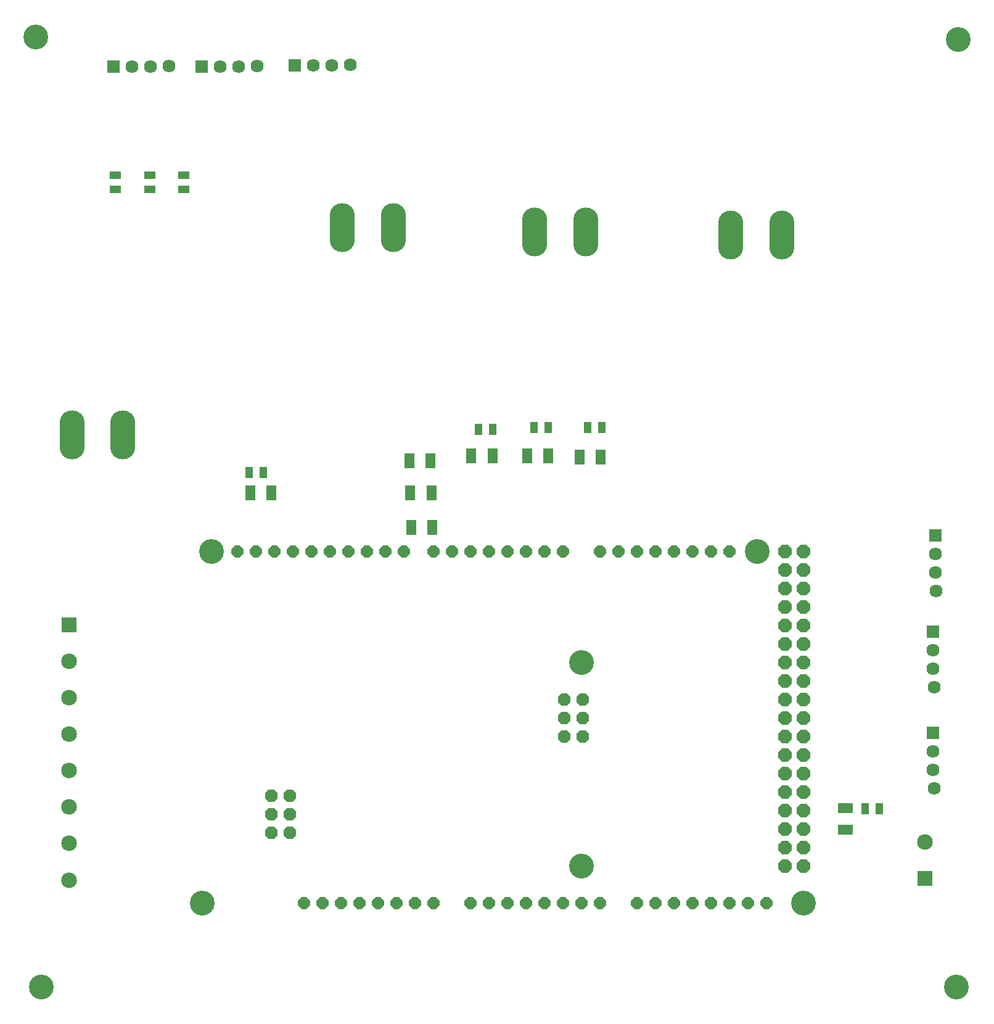
<source format=gts>
G04*
G04 #@! TF.GenerationSoftware,Altium Limited,Altium Designer,21.7.2 (23)*
G04*
G04 Layer_Color=8388736*
%FSLAX25Y25*%
%MOIN*%
G70*
G04*
G04 #@! TF.SameCoordinates,C79372BE-A85D-4624-A7F0-99D61F2BA69B*
G04*
G04*
G04 #@! TF.FilePolarity,Negative*
G04*
G01*
G75*
%ADD22R,0.04422X0.06233*%
%ADD23R,0.05367X0.07965*%
%ADD24R,0.07965X0.05367*%
%ADD25R,0.06233X0.04422*%
%ADD26C,0.13398*%
%ADD27C,0.08477*%
%ADD28R,0.08477X0.08477*%
%ADD29P,0.06927X8X112.5*%
%ADD30C,0.07060*%
%ADD31R,0.07060X0.07060*%
%ADD32O,0.13635X0.26469*%
%ADD33P,0.08010X8X292.5*%
%ADD34R,0.07060X0.07060*%
%ADD35C,0.13398*%
%ADD36P,0.07471X8X112.5*%
D22*
X193760Y296500D02*
D03*
X186240D02*
D03*
X526760Y115000D02*
D03*
X519240D02*
D03*
X369240Y321000D02*
D03*
X376760D02*
D03*
X340240D02*
D03*
X347760D02*
D03*
X310240Y320000D02*
D03*
X317760D02*
D03*
D23*
X186693Y285500D02*
D03*
X198307D02*
D03*
X364693Y305000D02*
D03*
X376307D02*
D03*
X336386Y305500D02*
D03*
X348000D02*
D03*
X306193D02*
D03*
X317807D02*
D03*
X272693Y303000D02*
D03*
X284307D02*
D03*
X273193Y285500D02*
D03*
X284807D02*
D03*
X273693Y267000D02*
D03*
X285307D02*
D03*
D24*
X508500Y115307D02*
D03*
Y103693D02*
D03*
D25*
X151000Y457260D02*
D03*
Y449740D02*
D03*
X132500Y457260D02*
D03*
Y449740D02*
D03*
X114000Y457260D02*
D03*
Y449740D02*
D03*
D26*
X74000Y18500D02*
D03*
X568500D02*
D03*
X569500Y530500D02*
D03*
X71000Y532000D02*
D03*
D27*
X89000Y76445D02*
D03*
Y96130D02*
D03*
Y115815D02*
D03*
Y135500D02*
D03*
Y155185D02*
D03*
Y174870D02*
D03*
Y194555D02*
D03*
X551500Y96842D02*
D03*
D28*
X89000Y214240D02*
D03*
X551500Y77157D02*
D03*
D29*
X266000Y64000D02*
D03*
X276000D02*
D03*
X256000D02*
D03*
X456000D02*
D03*
X466000D02*
D03*
X356000Y254000D02*
D03*
X386000D02*
D03*
X346000D02*
D03*
X376000D02*
D03*
X446000Y64000D02*
D03*
X436000D02*
D03*
X426000D02*
D03*
X416000D02*
D03*
X406000D02*
D03*
X396000D02*
D03*
X376000D02*
D03*
X366000D02*
D03*
X356000D02*
D03*
X346000D02*
D03*
X336000D02*
D03*
X326000D02*
D03*
X316000D02*
D03*
X306000D02*
D03*
X446000Y254000D02*
D03*
X436000D02*
D03*
X426000D02*
D03*
X416000D02*
D03*
X406000D02*
D03*
X396000D02*
D03*
X286000Y64000D02*
D03*
X246000D02*
D03*
X236000D02*
D03*
X226000D02*
D03*
X216000D02*
D03*
X286000Y254000D02*
D03*
X296000D02*
D03*
X306000D02*
D03*
X316000D02*
D03*
X326000D02*
D03*
X336000D02*
D03*
X180000D02*
D03*
X190000D02*
D03*
X200000D02*
D03*
X210000D02*
D03*
X220000D02*
D03*
X230000D02*
D03*
X240000D02*
D03*
X250000D02*
D03*
X260000D02*
D03*
X270000D02*
D03*
D30*
X241000Y516894D02*
D03*
X231000Y516500D02*
D03*
X221000D02*
D03*
X170500Y516000D02*
D03*
X180500D02*
D03*
X190500Y516394D02*
D03*
X123000Y516000D02*
D03*
X133000D02*
D03*
X143000Y516394D02*
D03*
X556394Y126000D02*
D03*
X556000Y136000D02*
D03*
Y146000D02*
D03*
X557500Y232500D02*
D03*
X557106Y242500D02*
D03*
Y252500D02*
D03*
X556394Y180500D02*
D03*
X556000Y190500D02*
D03*
Y200500D02*
D03*
D31*
X211000Y516500D02*
D03*
X160500Y516000D02*
D03*
X113000D02*
D03*
D32*
X118000Y317000D02*
D03*
X90441D02*
D03*
X340500Y426500D02*
D03*
X368059D02*
D03*
X446500Y425000D02*
D03*
X474059D02*
D03*
X236500Y429000D02*
D03*
X264059D02*
D03*
D33*
X486000Y144000D02*
D03*
Y134000D02*
D03*
Y124000D02*
D03*
Y114000D02*
D03*
Y164000D02*
D03*
Y184000D02*
D03*
Y154000D02*
D03*
Y174000D02*
D03*
Y194000D02*
D03*
X476000Y84000D02*
D03*
Y94000D02*
D03*
Y104000D02*
D03*
Y114000D02*
D03*
Y124000D02*
D03*
Y134000D02*
D03*
Y144000D02*
D03*
Y154000D02*
D03*
Y164000D02*
D03*
Y174000D02*
D03*
Y184000D02*
D03*
Y194000D02*
D03*
Y204000D02*
D03*
Y214000D02*
D03*
Y224000D02*
D03*
Y234000D02*
D03*
Y244000D02*
D03*
Y254000D02*
D03*
X486000Y104000D02*
D03*
Y254000D02*
D03*
Y244000D02*
D03*
Y234000D02*
D03*
Y224000D02*
D03*
Y214000D02*
D03*
Y204000D02*
D03*
Y94000D02*
D03*
Y84000D02*
D03*
D34*
X556000Y156000D02*
D03*
X557106Y262500D02*
D03*
X556000Y210500D02*
D03*
D35*
X366000Y84000D02*
D03*
Y194000D02*
D03*
X161000Y64000D02*
D03*
X461000Y254000D02*
D03*
X166000D02*
D03*
X486000Y64000D02*
D03*
D36*
X198200Y122000D02*
D03*
X208200D02*
D03*
X198200Y112000D02*
D03*
X208200D02*
D03*
X198200Y102000D02*
D03*
X208200D02*
D03*
X366500Y154000D02*
D03*
X356500D02*
D03*
X366500Y164000D02*
D03*
X356500D02*
D03*
X366500Y174000D02*
D03*
X356500D02*
D03*
M02*

</source>
